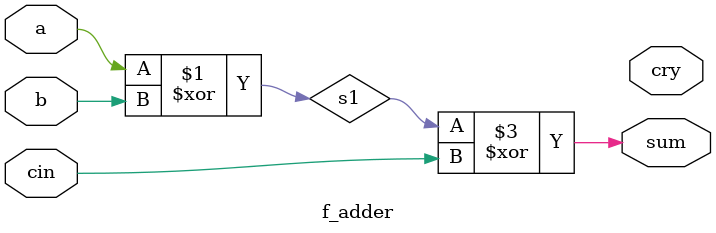
<source format=v>
module f_adder (a, b, cry, sum, cin);// module module_name(input, output)
    input a, b, cin;
    output cry, sum;
    wire s1,c1,c2;
    
    xor xor1(s1, a, b);
    and and1(c1, a, b);
    xor xor2(sum,s1,cin);
    and a2(c2,s1,cin);
    or or1(carry,c1,c2);
endmodule
</source>
